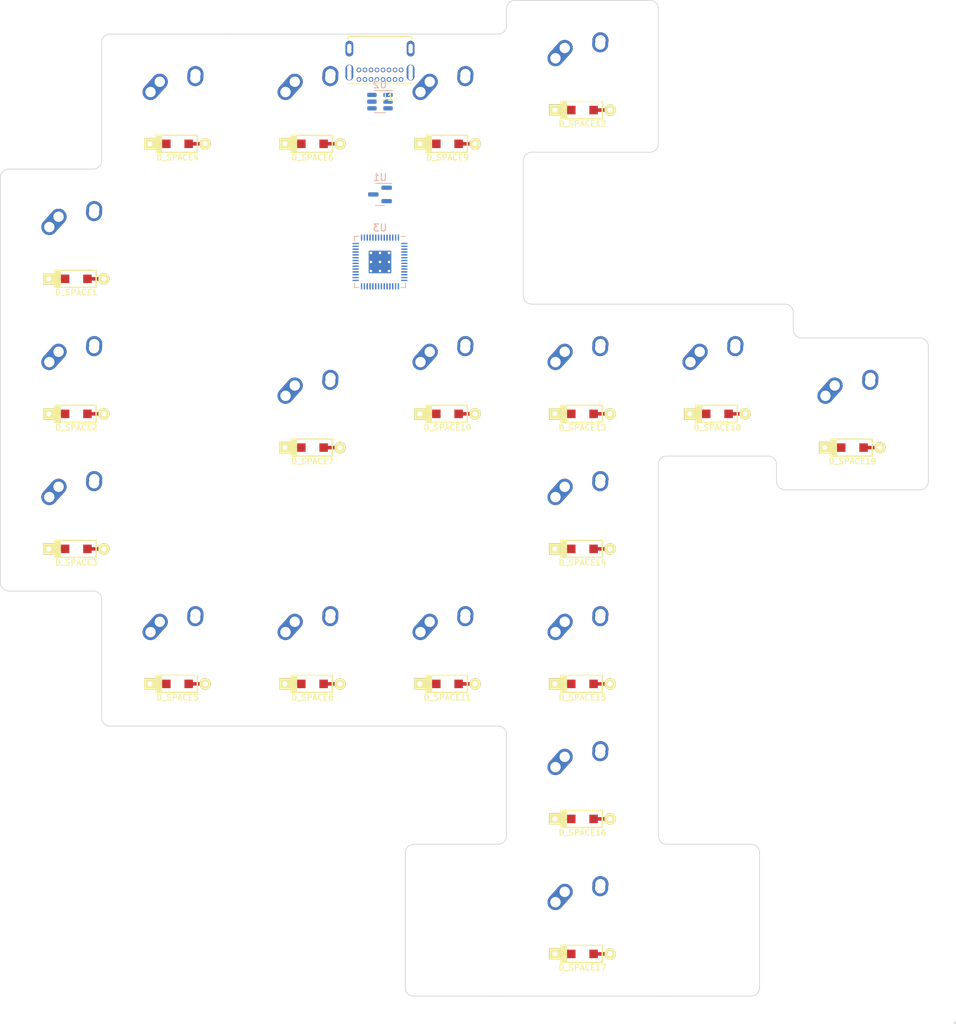
<source format=kicad_pcb>
(kicad_pcb (version 20211014) (generator pcbnew)
  (layers (0 "F.Cu" signal) (31 "B.Cu" signal) (34 "B.Paste" user) (35 "F.Paste" user) (36 "B.SilkS" user "B.Silkscreen") (37 "F.SilkS" user "F.Silkscreen") (38 "B.Mask" user) (39 "F.Mask" user) (44 "Edge.Cuts" user))
  (net 0 "")
  (net 1 "row2")
  (net 2 "row3")
  (net 3 "row4")
  (net 4 "row1")
  (net 5 "row5")
  (net 6 "row0")
  (net 7 "col0")
  (net 8 "col1")
  (net 9 "col2")
  (net 10 "col3")
  (net 11 "col4")
  (net 12 "col5")
  (net 13 "Net-(D_SPACE1-Pad2)")
  (net 14 "Net-(D_SPACE2-Pad2)")
  (net 15 "Net-(D_SPACE3-Pad2)")
  (net 16 "Net-(D_SPACE4-Pad2)")
  (net 17 "Net-(D_SPACE5-Pad2)")
  (net 18 "Net-(D_SPACE6-Pad2)")
  (net 19 "Net-(D_SPACE7-Pad2)")
  (net 20 "Net-(D_SPACE8-Pad2)")
  (net 21 "Net-(D_SPACE9-Pad2)")
  (net 22 "Net-(D_SPACE10-Pad2)")
  (net 23 "Net-(D_SPACE11-Pad2)")
  (net 24 "Net-(D_SPACE12-Pad2)")
  (net 25 "Net-(D_SPACE13-Pad2)")
  (net 26 "Net-(D_SPACE14-Pad2)")
  (net 27 "Net-(D_SPACE15-Pad2)")
  (net 28 "Net-(D_SPACE16-Pad2)")
  (net 29 "Net-(D_SPACE17-Pad2)")
  (net 30 "Net-(D_SPACE18-Pad2)")
  (net 31 "Net-(D_SPACE19-Pad2)")
  (net 32 "col6")
  (net 33 "+5V")
  (net 34 "/DN1")
  (net 35 "/DP1")
  (net 36 "GND")
  (net 37 "+3V3")
  (net 38 "Net-(J1-PadA5)")
  (net 40 "Net-(J1-PadB5)")
  (net 48 "Net-(U3-Pad23)")
  (net 49 "Net-(R3-Pad1)")
  (net 50 "Net-(R4-Pad1)")
  (net 65 "/RST")
  (net 68 "/CLK_OUT")
  (net 69 "/CLK_IN")
  (footprint "keyboard_parts:D_SOD123_axial" (layer "F.Cu") (at 235.74375 135.73125)
    (fp_text reference "D_SPACE4")
    (fp_text value "D" hide)
  )
  (footprint "keyboard_parts:D_SOD123_axial" (layer "F.Cu") (at 221.45625 192.88125)
    (fp_text reference "D_SPACE3")
    (fp_text value "D" hide)
  )
  (footprint "keyboard_parts:D_SOD123_axial" (layer "F.Cu") (at 292.89375 173.83125)
    (fp_text reference "D_SPACE13")
    (fp_text value "D" hide)
  )
  (footprint "MX_Alps_Hybrid:MX-1U-NoLED" (layer "F.Cu") (at 221.45625 169.06875)
    (fp_text reference "K_SPACE2")
    (fp_text value "KEYSW")
  )
  (footprint "keyboard_parts:D_SOD123_axial" (layer "F.Cu") (at 273.84375 135.73125)
    (fp_text reference "D_SPACE9")
    (fp_text value "D" hide)
  )
  (footprint "keyboard_parts:D_SOD123_axial" (layer "F.Cu") (at 254.79375 211.93125)
    (fp_text reference "D_SPACE8")
    (fp_text value "D" hide)
  )
  (footprint "MX_Alps_Hybrid:MX-1U-NoLED" (layer "F.Cu") (at 292.89375 207.16875)
    (fp_text reference "K_SPACE15")
    (fp_text value "KEYSW")
  )
  (footprint "MX_Alps_Hybrid:MX-1U-NoLED" (layer "F.Cu") (at 221.45625 188.11875)
    (fp_text reference "K_SPACE3")
    (fp_text value "KEYSW")
  )
  (footprint "keyboard_parts:D_SOD123_axial" (layer "F.Cu") (at 292.89375 130.96875)
    (fp_text reference "D_SPACE12")
    (fp_text value "D" hide)
  )
  (footprint "MX_Alps_Hybrid:MX-1U-NoLED" (layer "F.Cu") (at 235.74375 207.16875)
    (fp_text reference "K_SPACE5")
    (fp_text value "KEYSW")
  )
  (footprint "keyboard_parts:D_SOD123_axial" (layer "F.Cu") (at 273.84375 211.93125)
    (fp_text reference "D_SPACE11")
    (fp_text value "D" hide)
  )
  (footprint "MX_Alps_Hybrid:MX-1U-NoLED" (layer "F.Cu") (at 254.79375 130.96875)
    (fp_text reference "K_SPACE6")
    (fp_text value "KEYSW")
  )
  (footprint "keyboard_parts:D_SOD123_axial" (layer "F.Cu") (at 221.45625 154.78125)
    (fp_text reference "D_SPACE1")
    (fp_text value "D" hide)
  )
  (footprint "keyboard_parts:D_SOD123_axial" (layer "F.Cu") (at 292.89375 250.03125)
    (fp_text reference "D_SPACE17")
    (fp_text value "D" hide)
  )
  (footprint "MX_Alps_Hybrid:MX-1U-NoLED" (layer "F.Cu") (at 292.89375 126.20625)
    (fp_text reference "K_SPACE12")
    (fp_text value "KEYSW")
  )
  (footprint "keyboard_parts:D_SOD123_axial" (layer "F.Cu") (at 292.89375 211.93125)
    (fp_text reference "D_SPACE15")
    (fp_text value "D" hide)
  )
  (footprint "MX_Alps_Hybrid:MX-2.5U-NoLED" (layer "F.Cu") (at 292.89375 245.26875)
    (fp_text reference "K_SPACE17")
    (fp_text value "KEYSW")
  )
  (footprint "keyboard_parts:D_SOD123_axial" (layer "F.Cu") (at 254.79375 135.73125)
    (fp_text reference "D_SPACE6")
    (fp_text value "D" hide)
  )
  (footprint "MX_Alps_Hybrid:MX-1U-NoLED" (layer "F.Cu") (at 292.89375 188.11875)
    (fp_text reference "K_SPACE14")
    (fp_text value "KEYSW")
  )
  (footprint "keyboard_parts:D_SOD123_axial" (layer "F.Cu") (at 330.99375 178.59375)
    (fp_text reference "D_SPACE19")
    (fp_text value "D" hide)
  )
  (footprint "MX_Alps_Hybrid:MX-1U-NoLED" (layer "F.Cu") (at 311.94375 169.06875)
    (fp_text reference "K_SPACE18")
    (fp_text value "KEYSW")
  )
  (footprint "MX_Alps_Hybrid:MX-1U-NoLED" (layer "F.Cu") (at 273.84375 207.16875)
    (fp_text reference "K_SPACE11")
    (fp_text value "KEYSW")
  )
  (footprint "LordsBoard:GCT_USB4085-GF-A_REVA4" (layer "F.Cu") (at 264.31875 122.634375 180)
    (fp_text reference "J1")
    (fp_text value "USB4085-GF-A_REVA4")
  )
  (footprint "keyboard_parts:D_SOD123_axial" (layer "F.Cu") (at 273.84375 173.83125)
    (fp_text reference "D_SPACE10")
    (fp_text value "D" hide)
  )
  (footprint "keyboard_parts:D_SOD123_axial" (layer "F.Cu") (at 311.94375 173.83125)
    (fp_text reference "D_SPACE18")
    (fp_text value "D" hide)
  )
  (footprint "MX_Alps_Hybrid:MX-1U-NoLED" (layer "F.Cu") (at 254.79375 173.83125)
    (fp_text reference "K_SPACE7")
    (fp_text value "KEYSW")
  )
  (footprint "keyboard_parts:D_SOD123_axial" (layer "F.Cu") (at 235.74375 211.93125)
    (fp_text reference "D_SPACE5")
    (fp_text value "D" hide)
  )
  (footprint "MX_Alps_Hybrid:MX-1U-NoLED" (layer "F.Cu") (at 254.79375 207.16875)
    (fp_text reference "K_SPACE8")
    (fp_text value "KEYSW")
  )
  (footprint "MX_Alps_Hybrid:MX-1U-NoLED" (layer "F.Cu") (at 273.84375 169.06875)
    (fp_text reference "K_SPACE10")
    (fp_text value "KEYSW")
  )
  (footprint "MX_Alps_Hybrid:MX-1U-NoLED" (layer "F.Cu") (at 292.89375 226.21875)
    (fp_text reference "K_SPACE16")
    (fp_text value "KEYSW")
  )
  (footprint "keyboard_parts:D_SOD123_axial" (layer "F.Cu") (at 292.89375 192.88125)
    (fp_text reference "D_SPACE14")
    (fp_text value "D" hide)
  )
  (footprint "keyboard_parts:D_SOD123_axial" (layer "F.Cu") (at 254.79375 178.59375)
    (fp_text reference "D_SPACE7")
    (fp_text value "D" hide)
  )
  (footprint "MX_Alps_Hybrid:MX-1U-NoLED" (layer "F.Cu") (at 273.84375 130.96875)
    (fp_text reference "K_SPACE9")
    (fp_text value "KEYSW")
  )
  (footprint "keyboard_parts:D_SOD123_axial" (layer "F.Cu") (at 221.45625 173.83125)
    (fp_text reference "D_SPACE2")
    (fp_text value "D" hide)
  )
  (footprint "MX_Alps_Hybrid:MX-1U-NoLED" (layer "F.Cu") (at 235.74375 130.96875)
    (fp_text reference "K_SPACE4")
    (fp_text value "KEYSW")
  )
  (footprint "MX_Alps_Hybrid:MX-1U-NoLED" (layer "F.Cu") (at 330.99375 173.83125)
    (fp_text reference "K_SPACE19")
    (fp_text value "KEYSW")
  )
  (footprint "MX_Alps_Hybrid:MX-1U-NoLED" (layer "F.Cu") (at 292.89375 169.06875)
    (fp_text reference "K_SPACE13")
    (fp_text value "KEYSW")
  )
  (footprint "MX_Alps_Hybrid:MX-1U-NoLED" (layer "F.Cu") (at 221.45625 150.01875)
    (fp_text reference "K_SPACE1")
    (fp_text value "KEYSW")
  )
  (footprint "keyboard_parts:D_SOD123_axial" (layer "F.Cu") (at 292.89375 230.98125)
    (fp_text reference "D_SPACE16")
    (fp_text value "D" hide)
  )
  (footprint "MCU_RaspberryPi_and_Boards:RP2040-QFN-56" (layer "B.Cu") (at 264.31875 152.4 180)
    (fp_text reference "U3")
    (fp_text value "RP2040")
  )
  (footprint "Package_TO_SOT_SMD:SOT-23" (layer "B.Cu") (at 264.31875 142.875 180)
    (fp_text reference "U1")
    (fp_text value "XC6206P332MR")
  )
  (footprint "Package_TO_SOT_SMD:SOT-23-6" (layer "B.Cu") (at 264.31875 129.778125 180)
    (fp_text reference "U2")
    (fp_text value "SRV05-4")
  )
  (gr_line (start 303.609375 130.96875) (end 303.609375 116.68125) (layer "Edge.Cuts") (width 0.1))
  (gr_line (start 316.70625 234.553125) (end 304.8 234.553125) (layer "Edge.Cuts") (width 0.1))
  (gr_arc (start 317.896875 254.79375) (mid 317.548149 255.635649) (end 316.70625 255.984375) (layer "Edge.Cuts") (width 0.1))
  (gr_line (start 320.278125 180.975) (end 320.278125 183.35625) (layer "Edge.Cuts") (width 0.1))
  (gr_arc (start 323.85 163.115625) (mid 323.008101 162.766899) (end 322.659375 161.925) (layer "Edge.Cuts") (width 0.1))
  (gr_arc (start 210.740625 140.49375) (mid 211.089351 139.651851) (end 211.93125 139.303125) (layer "Edge.Cuts") (width 0.1))
  (gr_arc (start 285.75 158.353125) (mid 284.908101 158.004399) (end 284.559375 157.1625) (layer "Edge.Cuts") (width 0.1))
  (gr_line (start 303.609375 233.3625) (end 303.609375 180.975) (layer "Edge.Cuts") (width 0.1))
  (gr_line (start 242.8875 120.253125) (end 280.9875 120.253125) (layer "Edge.Cuts") (width 0.1))
  (gr_arc (start 282.178125 119.0625) (mid 281.829399 119.904399) (end 280.9875 120.253125) (layer "Edge.Cuts") (width 0.1))
  (gr_line (start 304.8 179.784375) (end 319.0875 179.784375) (layer "Edge.Cuts") (width 0.1))
  (gr_line (start 282.178125 219.075) (end 282.178125 233.3625) (layer "Edge.Cuts") (width 0.1))
  (gr_line (start 317.896875 254.79375) (end 317.896875 235.74375) (layer "Edge.Cuts") (width 0.1))
  (gr_line (start 226.21875 217.884375) (end 280.9875 217.884375) (layer "Edge.Cuts") (width 0.1))
  (gr_line (start 341.709375 183.35625) (end 341.709375 178.59375) (layer "Edge.Cuts") (width 0.1))
  (gr_arc (start 304.8 234.553125) (mid 303.958101 234.204399) (end 303.609375 233.3625) (layer "Edge.Cuts") (width 0.1))
  (gr_line (start 284.559375 141.684375) (end 284.559375 138.1125) (layer "Edge.Cuts") (width 0.1))
  (gr_arc (start 223.8375 198.834375) (mid 224.679399 199.183101) (end 225.028125 200.025) (layer "Edge.Cuts") (width 0.1))
  (gr_line (start 226.21875 120.253125) (end 242.8875 120.253125) (layer "Edge.Cuts") (width 0.1))
  (gr_line (start 211.93125 198.834375) (end 223.8375 198.834375) (layer "Edge.Cuts") (width 0.1))
  (gr_arc (start 316.70625 234.553125) (mid 317.548149 234.901851) (end 317.896875 235.74375) (layer "Edge.Cuts") (width 0.1))
  (gr_arc (start 211.93125 198.834375) (mid 211.089351 198.485649) (end 210.740625 197.64375) (layer "Edge.Cuts") (width 0.1))
  (gr_arc (start 226.21875 217.884375) (mid 225.376851 217.535649) (end 225.028125 216.69375) (layer "Edge.Cuts") (width 0.1))
  (gr_arc (start 303.609375 135.73125) (mid 303.260649 136.573149) (end 302.41875 136.921875) (layer "Edge.Cuts") (width 0.1))
  (gr_arc (start 303.609375 180.975) (mid 303.958101 180.133101) (end 304.8 179.784375) (layer "Edge.Cuts") (width 0.1))
  (gr_arc (start 280.9875 217.884375) (mid 281.829399 218.233101) (end 282.178125 219.075) (layer "Edge.Cuts") (width 0.1))
  (gr_line (start 280.9875 234.553125) (end 269.08125 234.553125) (layer "Edge.Cuts") (width 0.1))
  (gr_line (start 225.028125 121.44375) (end 225.028125 138.1125) (layer "Edge.Cuts") (width 0.1))
  (gr_line (start 285.75 136.921875) (end 302.41875 136.921875) (layer "Edge.Cuts") (width 0.1))
  (gr_arc (start 340.51875 163.115625) (mid 341.360649 163.464351) (end 341.709375 164.30625) (layer "Edge.Cuts") (width 0.1))
  (gr_arc (start 225.028125 138.1125) (mid 224.679399 138.954399) (end 223.8375 139.303125) (layer "Edge.Cuts") (width 0.1))
  (gr_arc (start 321.46875 184.546875) (mid 320.626851 184.198149) (end 320.278125 183.35625) (layer "Edge.Cuts") (width 0.1))
  (gr_arc (start 282.178125 233.3625) (mid 281.829399 234.204399) (end 280.9875 234.553125) (layer "Edge.Cuts") (width 0.1))
  (gr_line (start 282.178125 119.0625) (end 282.178125 116.68125) (layer "Edge.Cuts") (width 0.1))
  (gr_line (start 321.46875 184.546875) (end 340.51875 184.546875) (layer "Edge.Cuts") (width 0.1))
  (gr_line (start 341.709375 178.59375) (end 341.709375 164.30625) (layer "Edge.Cuts") (width 0.1))
  (gr_line (start 284.559375 141.684375) (end 284.559375 157.1625) (layer "Edge.Cuts") (width 0.1))
  (gr_arc (start 345.51875 259.79375) (mid 345.51875 259.79375) (end 345.51875 259.79375) (layer "Edge.Cuts") (width 0.2))
  (gr_line (start 269.08125 255.984375) (end 316.70625 255.984375) (layer "Edge.Cuts") (width 0.1))
  (gr_line (start 322.659375 161.925) (end 322.659375 159.54375) (layer "Edge.Cuts") (width 0.1))
  (gr_arc (start 269.08125 255.984375) (mid 268.239351 255.635649) (end 267.890625 254.79375) (layer "Edge.Cuts") (width 0.1))
  (gr_arc (start 225.028125 121.44375) (mid 225.376851 120.601851) (end 226.21875 120.253125) (layer "Edge.Cuts") (width 0.1))
  (gr_line (start 223.8375 139.303125) (end 211.93125 139.303125) (layer "Edge.Cuts") (width 0.1))
  (gr_line (start 340.51875 163.115625) (end 323.85 163.115625) (layer "Edge.Cuts") (width 0.1))
  (gr_line (start 267.890625 235.74375) (end 267.890625 254.79375) (layer "Edge.Cuts") (width 0.1))
  (gr_arc (start 284.559375 138.1125) (mid 284.908101 137.270601) (end 285.75 136.921875) (layer "Edge.Cuts") (width 0.1))
  (gr_line (start 303.609375 135.73125) (end 303.609375 130.96875) (layer "Edge.Cuts") (width 0.1))
  (gr_line (start 225.028125 200.025) (end 225.028125 216.69375) (layer "Edge.Cuts") (width 0.1))
  (gr_arc (start 302.41875 115.490625) (mid 303.260649 115.839351) (end 303.609375 116.68125) (layer "Edge.Cuts") (width 0.1))
  (gr_arc (start 267.890625 235.74375) (mid 268.239351 234.901851) (end 269.08125 234.553125) (layer "Edge.Cuts") (width 0.1))
  (gr_arc (start 341.709375 183.35625) (mid 341.360649 184.198149) (end 340.51875 184.546875) (layer "Edge.Cuts") (width 0.1))
  (gr_arc (start 282.178125 116.68125) (mid 282.526851 115.839351) (end 283.36875 115.490625) (layer "Edge.Cuts") (width 0.1))
  (gr_arc (start 321.46875 158.353125) (mid 322.310649 158.701851) (end 322.659375 159.54375) (layer "Edge.Cuts") (width 0.1))
  (gr_arc (start 319.0875 179.784375) (mid 319.929399 180.133101) (end 320.278125 180.975) (layer "Edge.Cuts") (width 0.1))
  (gr_line (start 285.75 158.353125) (end 321.46875 158.353125) (layer "Edge.Cuts") (width 0.1))
  (gr_line (start 210.740625 140.49375) (end 210.740625 197.64375) (layer "Edge.Cuts") (width 0.1))
  (gr_line (start 283.36875 115.490625) (end 302.41875 115.490625) (layer "Edge.Cuts") (width 0.1))
)
</source>
